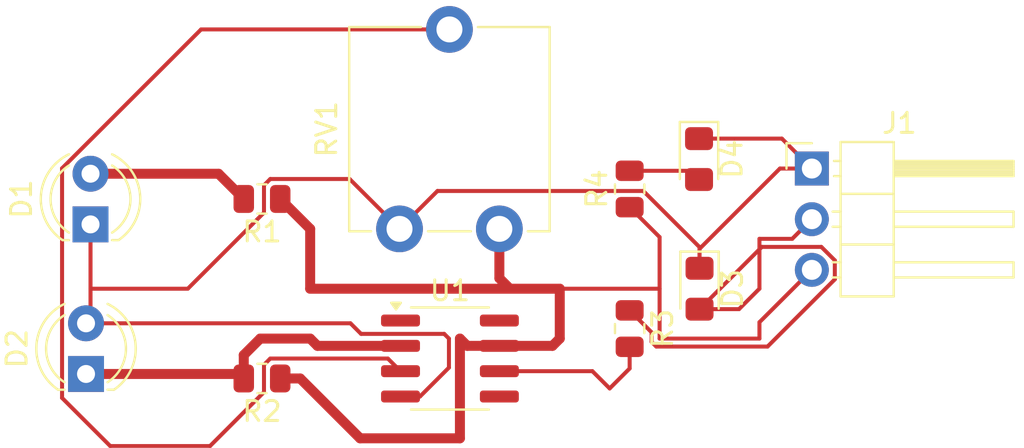
<source format=kicad_pcb>
(kicad_pcb (version 20240108) (generator "pcbnew") (generator_version "8.0")
  (layers (0 "F.Cu" signal) (31 "B.Cu" signal) (34 "B.Paste" user) (35 "F.Paste" user) (36 "B.SilkS" user "B.Silkscreen") (37 "F.SilkS" user "F.Silkscreen") (38 "B.Mask" user) (39 "F.Mask" user) (44 "Edge.Cuts" user))
  (net 0 "")
  (net 1 "Net-(D1-K)")
  (net 2 "Net-(D1-A)")
  (net 3 "Net-(D2-K)")
  (net 4 "Net-(D3-A)")
  (net 5 "Net-(J1-Pin_3)")
  (net 6 "Net-(R3-Pad2)")
  (net 7 "Net-(U1-+)")
  (footprint "LED_SMD:LED_0805_2012Metric_Pad1.15x1.40mm_HandSolder" (layer "F.Cu") (at 164.5 92.5 -90)
    (property "Reference" "D3" (at 0 -1.65 90) (layer "F.SilkS"))
    (property "Value" "LED")
    (fp_line (start -1.86 0.96) (end 1 0.96) (stroke (width 0.12)) (layer "F.SilkS"))
    (fp_line (start -1.86 -0.96) (end -1.86 0.96) (stroke (width 0.12)) (layer "F.SilkS"))
    (fp_line (start 1 -0.96) (end -1.86 -0.96) (stroke (width 0.12)) (layer "F.SilkS"))
    (pad "1" smd roundrect (at -1.025 0 270) (size 1.15 1.4) (layers "F.Cu" "F.Paste" "F.Mask") (roundrect_rratio 0.217391) (net 1 "Net-(D1-K)"))
    (pad "2" smd roundrect (at 1.025 0 270) (size 1.15 1.4) (layers "F.Cu" "F.Paste" "F.Mask") (roundrect_rratio 0.217391) (net 4 "Net-(D3-A)"))
  )
  (footprint "Connector_PinHeader_2.54mm:PinHeader_1x03_P2.54mm_Horizontal" (layer "F.Cu") (at 170.125 86.475)
    (property "Reference" "J1" (at 4.385 -2.27 0) (layer "F.SilkS"))
    (property "Value" "Conn_01x03_Pin")
    (fp_line (start -1.27 -1.27) (end 0 -1.27) (stroke (width 0.12)) (layer "F.SilkS"))
    (fp_line (start -1.27 0) (end -1.27 -1.27) (stroke (width 0.12)) (layer "F.SilkS"))
    (fp_line (start 1.042929 2.16) (end 1.44 2.16) (stroke (width 0.12)) (layer "F.SilkS"))
    (fp_line (start 1.042929 2.92) (end 1.44 2.92) (stroke (width 0.12)) (layer "F.SilkS"))
    (fp_line (start 1.042929 4.7) (end 1.44 4.7) (stroke (width 0.12)) (layer "F.SilkS"))
    (fp_line (start 1.042929 5.46) (end 1.44 5.46) (stroke (width 0.12)) (layer "F.SilkS"))
    (fp_line (start 1.11 -0.38) (end 1.44 -0.38) (stroke (width 0.12)) (layer "F.SilkS"))
    (fp_line (start 1.11 0.38) (end 1.44 0.38) (stroke (width 0.12)) (layer "F.SilkS"))
    (fp_line (start 1.44 -1.33) (end 1.44 6.41) (stroke (width 0.12)) (layer "F.SilkS"))
    (fp_line (start 1.44 1.27) (end 4.1 1.27) (stroke (width 0.12)) (layer "F.SilkS"))
    (fp_line (start 1.44 3.81) (end 4.1 3.81) (stroke (width 0.12)) (layer "F.SilkS"))
    (fp_line (start 1.44 6.41) (end 4.1 6.41) (stroke (width 0.12)) (layer "F.SilkS"))
    (fp_line (start 4.1 -1.33) (end 1.44 -1.33) (stroke (width 0.12)) (layer "F.SilkS"))
    (fp_line (start 4.1 -0.38) (end 10.1 -0.38) (stroke (width 0.12)) (layer "F.SilkS"))
    (fp_line (start 4.1 -0.32) (end 10.1 -0.32) (stroke (width 0.12)) (layer "F.SilkS"))
    (fp_line (start 4.1 -0.2) (end 10.1 -0.2) (stroke (width 0.12)) (layer "F.SilkS"))
    (fp_line (start 4.1 -0.08) (end 10.1 -0.08) (stroke (width 0.12)) (layer "F.SilkS"))
    (fp_line (start 4.1 0.04) (end 10.1 0.04) (stroke (width 0.12)) (layer "F.SilkS"))
    (fp_line (start 4.1 0.16) (end 10.1 0.16) (stroke (width 0.12)) (layer "F.SilkS"))
    (fp_line (start 4.1 0.28) (end 10.1 0.28) (stroke (width 0.12)) (layer "F.SilkS"))
    (fp_line (start 4.1 2.16) (end 10.1 2.16) (stroke (width 0.12)) (layer "F.SilkS"))
    (fp_line (start 4.1 4.7) (end 10.1 4.7) (stroke (width 0.12)) (layer "F.SilkS"))
    (fp_line (start 4.1 6.41) (end 4.1 -1.33) (stroke (width 0.12)) (layer "F.SilkS"))
    (fp_line (start 10.1 -0.38) (end 10.1 0.38) (stroke (width 0.12)) (layer "F.SilkS"))
    (fp_line (start 10.1 0.38) (end 4.1 0.38) (stroke (width 0.12)) (layer "F.SilkS"))
    (fp_line (start 10.1 2.16) (end 10.1 2.92) (stroke (width 0.12)) (layer "F.SilkS"))
    (fp_line (start 10.1 2.92) (end 4.1 2.92) (stroke (width 0.12)) (layer "F.SilkS"))
    (fp_line (start 10.1 4.7) (end 10.1 5.46) (stroke (width 0.12)) (layer "F.SilkS"))
    (fp_line (start 10.1 5.46) (end 4.1 5.46) (stroke (width 0.12)) (layer "F.SilkS"))
    (pad "1" thru_hole rect (at 0 0) (size 1.7 1.7) (drill 1) (layers "*.Cu" "*.Mask") (net 1 "Net-(D1-K)"))
    (pad "2" thru_hole oval (at 0 2.54) (size 1.7 1.7) (drill 1) (layers "*.Cu" "*.Mask") (net 4 "Net-(D3-A)"))
    (pad "3" thru_hole oval (at 0 5.08) (size 1.7 1.7) (drill 1) (layers "*.Cu" "*.Mask") (net 5 "Net-(J1-Pin_3)"))
  )
  (footprint "Resistor_SMD:R_0805_2012Metric" (layer "F.Cu") (at 142.5875 97 180)
    (property "Reference" "R2" (at 0 -1.65 180) (layer "F.SilkS"))
    (property "Value" "330")
    (fp_line (start -0.227064 0.735) (end 0.227064 0.735) (stroke (width 0.12)) (layer "F.SilkS"))
    (fp_line (start -0.227064 -0.735) (end 0.227064 -0.735) (stroke (width 0.12)) (layer "F.SilkS"))
    (pad "1" smd roundrect (at -0.9125 0 180) (size 1.025 1.4) (layers "F.Cu" "F.Paste" "F.Mask") (roundrect_rratio 0.243902) (net 5 "Net-(J1-Pin_3)"))
    (pad "2" smd roundrect (at 0.9125 0 180) (size 1.025 1.4) (layers "F.Cu" "F.Paste" "F.Mask") (roundrect_rratio 0.243902) (net 3 "Net-(D2-K)"))
  )
  (footprint "Resistor_SMD:R_0805_2012Metric" (layer "F.Cu") (at 142.5875 88 180)
    (property "Reference" "R1" (at 0 -1.65 180) (layer "F.SilkS"))
    (property "Value" "330")
    (fp_line (start -0.227064 0.735) (end 0.227064 0.735) (stroke (width 0.12)) (layer "F.SilkS"))
    (fp_line (start -0.227064 -0.735) (end 0.227064 -0.735) (stroke (width 0.12)) (layer "F.SilkS"))
    (pad "1" smd roundrect (at -0.9125 0 180) (size 1.025 1.4) (layers "F.Cu" "F.Paste" "F.Mask") (roundrect_rratio 0.243902) (net 5 "Net-(J1-Pin_3)"))
    (pad "2" smd roundrect (at 0.9125 0 180) (size 1.025 1.4) (layers "F.Cu" "F.Paste" "F.Mask") (roundrect_rratio 0.243902) (net 2 "Net-(D1-A)"))
  )
  (footprint "Resistor_SMD:R_0805_2012Metric" (layer "F.Cu") (at 161 94.5 -90)
    (property "Reference" "R3" (at 0 -1.65 90) (layer "F.SilkS"))
    (property "Value" "100")
    (fp_line (start -0.227064 0.735) (end 0.227064 0.735) (stroke (width 0.12)) (layer "F.SilkS"))
    (fp_line (start -0.227064 -0.735) (end 0.227064 -0.735) (stroke (width 0.12)) (layer "F.SilkS"))
    (pad "1" smd roundrect (at -0.9125 0 270) (size 1.025 1.4) (layers "F.Cu" "F.Paste" "F.Mask") (roundrect_rratio 0.243902) (net 4 "Net-(D3-A)"))
    (pad "2" smd roundrect (at 0.9125 0 270) (size 1.025 1.4) (layers "F.Cu" "F.Paste" "F.Mask") (roundrect_rratio 0.243902) (net 6 "Net-(R3-Pad2)"))
  )
  (footprint "Resistor_SMD:R_0805_2012Metric" (layer "F.Cu") (at 161 87.5 90)
    (property "Reference" "R4" (at 0 -1.65 270) (layer "F.SilkS"))
    (property "Value" "R")
    (fp_line (start -0.227064 -0.735) (end 0.227064 -0.735) (stroke (width 0.12)) (layer "F.SilkS"))
    (fp_line (start -0.227064 0.735) (end 0.227064 0.735) (stroke (width 0.12)) (layer "F.SilkS"))
    (pad "1" smd roundrect (at -0.9125 0 90) (size 1.025 1.4) (layers "F.Cu" "F.Paste" "F.Mask") (roundrect_rratio 0.243902) (net 5 "Net-(J1-Pin_3)"))
    (pad "2" smd roundrect (at 0.9125 0 90) (size 1.025 1.4) (layers "F.Cu" "F.Paste" "F.Mask") (roundrect_rratio 0.243902) (net 4 "Net-(D3-A)"))
  )
  (footprint "LED_THT:LED_D4.0mm" (layer "F.Cu") (at 134 89.275 90)
    (property "Reference" "D1" (at 1.27 -3.46 270) (layer "F.SilkS"))
    (property "Value" "LED")
    (fp_line (start -0.79 -1.399) (end -0.79 -1.08) (stroke (width 0.12)) (layer "F.SilkS"))
    (fp_line (start -0.79 1.08) (end -0.79 1.399) (stroke (width 0.12)) (layer "F.SilkS"))
    (fp_arc (start -0.79 -1.398749) (mid 1.453519 -2.483228) (end 3.513242 -1.080724) (stroke (width 0.12)) (layer "F.SilkS"))
    (fp_arc (start -0.41333 -1.08) (mid 1.269429 -2) (end 2.952713 -1.080961) (stroke (width 0.12)) (layer "F.SilkS"))
    (fp_arc (start 3.513242 1.080724) (mid 1.453519 2.483228) (end -0.79 1.398749) (stroke (width 0.12)) (layer "F.SilkS"))
    (fp_arc (start 2.952713 1.080961) (mid 1.269429 2) (end -0.41333 1.08) (stroke (width 0.12)) (layer "F.SilkS"))
    (pad "1" thru_hole rect (at 0 0 90) (size 1.8 1.8) (drill 0.9) (layers "*.Cu" "*.Mask") (net 1 "Net-(D1-K)"))
    (pad "2" thru_hole circle (at 2.54 0 90) (size 1.8 1.8) (drill 0.9) (layers "*.Cu" "*.Mask") (net 2 "Net-(D1-A)"))
  )
  (footprint "LED_THT:LED_D4.0mm" (layer "F.Cu") (at 133.775 96.775 90)
    (property "Reference" "D2" (at 1.27 -3.46 270) (layer "F.SilkS"))
    (property "Value" "D_Photo")
    (fp_line (start -0.79 -1.399) (end -0.79 -1.08) (stroke (width 0.12)) (layer "F.SilkS"))
    (fp_line (start -0.79 1.08) (end -0.79 1.399) (stroke (width 0.12)) (layer "F.SilkS"))
    (fp_arc (start -0.79 -1.398749) (mid 1.453519 -2.483228) (end 3.513242 -1.080724) (stroke (width 0.12)) (layer "F.SilkS"))
    (fp_arc (start -0.41333 -1.08) (mid 1.269429 -2) (end 2.952713 -1.080961) (stroke (width 0.12)) (layer "F.SilkS"))
    (fp_arc (start 3.513242 1.080724) (mid 1.453519 2.483228) (end -0.79 1.398749) (stroke (width 0.12)) (layer "F.SilkS"))
    (fp_arc (start 2.952713 1.080961) (mid 1.269429 2) (end -0.41333 1.08) (stroke (width 0.12)) (layer "F.SilkS"))
    (pad "1" thru_hole rect (at 0 0 90) (size 1.8 1.8) (drill 0.9) (layers "*.Cu" "*.Mask") (net 3 "Net-(D2-K)"))
    (pad "2" thru_hole circle (at 2.54 0 90) (size 1.8 1.8) (drill 0.9) (layers "*.Cu" "*.Mask") (net 1 "Net-(D1-K)"))
  )
  (footprint "Potentiometer_THT:Potentiometer_ACP_CA9-V10_Vertical_Hole" (layer "F.Cu") (at 154.475 89.5 90)
    (property "Reference" "RV1" (at 5 -8.65 270) (layer "F.SilkS"))
    (property "Value" "R_Potentiometer")
    (fp_line (start 10.12 -7.521) (end 10.12 -3.925) (stroke (width 0.12)) (layer "F.SilkS"))
    (fp_line (start -0.12 -7.521) (end 10.12 -7.521) (stroke (width 0.12)) (layer "F.SilkS"))
    (fp_line (start -0.12 -7.521) (end -0.12 -6.426) (stroke (width 0.12)) (layer "F.SilkS"))
    (fp_line (start -0.12 -3.574) (end -0.12 -1.425) (stroke (width 0.12)) (layer "F.SilkS"))
    (fp_line (start 10.12 -1.075) (end 10.12 2.52) (stroke (width 0.12)) (layer "F.SilkS"))
    (fp_line (start -0.12 1.425) (end -0.12 2.52) (stroke (width 0.12)) (layer "F.SilkS"))
    (fp_line (start -0.12 2.52) (end 10.12 2.52) (stroke (width 0.12)) (layer "F.SilkS"))
    (pad "" np_thru_hole circle (at 5 -2.5 90) (size 4 4) (drill 4) (layers "*.Cu" "*.Mask"))
    (pad "1" thru_hole circle (at 0 0 90) (size 2.34 2.34) (drill 1.3) (layers "*.Cu" "*.Mask") (net 5 "Net-(J1-Pin_3)"))
    (pad "2" thru_hole circle (at 10 -2.5 90) (size 2.34 2.34) (drill 1.3) (layers "*.Cu" "*.Mask") (net 7 "Net-(U1-+)"))
    (pad "3" thru_hole circle (at 0 -5 90) (size 2.34 2.34) (drill 1.3) (layers "*.Cu" "*.Mask") (net 1 "Net-(D1-K)"))
  )
  (footprint "Package_SO:SOIC-8_3.9x4.9mm_P1.27mm" (layer "F.Cu") (at 152 96)
    (property "Reference" "U1" (at 0 -3.4 0) (layer "F.SilkS"))
    (property "Value" "LM741")
    (fp_line (start 0 -2.56) (end -1.95 -2.56) (stroke (width 0.12)) (layer "F.SilkS"))
    (fp_line (start 0 -2.56) (end 1.95 -2.56) (stroke (width 0.12)) (layer "F.SilkS"))
    (fp_line (start 0 2.56) (end -1.95 2.56) (stroke (width 0.12)) (layer "F.SilkS"))
    (fp_line (start 0 2.56) (end 1.95 2.56) (stroke (width 0.12)) (layer "F.SilkS"))
    (fp_poly (pts (xy -2.7 -2.465) (xy -2.94 -2.795) (xy -2.46 -2.795) (xy -2.7 -2.465)) (stroke (width 0.12)) (fill solid) (layer "F.SilkS"))
    (pad "1" smd roundrect (at -2.475 -1.905) (size 1.95 0.6) (layers "F.Cu" "F.Paste" "F.Mask"))
    (pad "2" smd roundrect (at -2.475 -0.635) (size 1.95 0.6) (layers "F.Cu" "F.Paste" "F.Mask") (net 3 "Net-(D2-K)"))
    (pad "3" smd roundrect (at -2.475 0.635) (size 1.95 0.6) (layers "F.Cu" "F.Paste" "F.Mask") (net 7 "Net-(U1-+)"))
    (pad "4" smd roundrect (at -2.475 1.905) (size 1.95 0.6) (layers "F.Cu" "F.Paste" "F.Mask") (net 1 "Net-(D1-K)"))
    (pad "5" smd roundrect (at 2.475 1.905) (size 1.95 0.6) (layers "F.Cu" "F.Paste" "F.Mask"))
    (pad "6" smd roundrect (at 2.475 0.635) (size 1.95 0.6) (layers "F.Cu" "F.Paste" "F.Mask") (net 6 "Net-(R3-Pad2)"))
    (pad "7" smd roundrect (at 2.475 -0.635) (size 1.95 0.6) (layers "F.Cu" "F.Paste" "F.Mask") (net 5 "Net-(J1-Pin_3)"))
    (pad "8" smd roundrect (at 2.475 -1.905) (size 1.95 0.6) (layers "F.Cu" "F.Paste" "F.Mask"))
  )
  (footprint "LED_SMD:LED_0805_2012Metric_Pad1.15x1.40mm_HandSolder" (layer "F.Cu") (at 164.475 86 -90)
    (property "Reference" "D4" (at 0 -1.65 90) (layer "F.SilkS"))
    (property "Value" "LED")
    (fp_line (start -1.86 0.96) (end 1 0.96) (stroke (width 0.12)) (layer "F.SilkS"))
    (fp_line (start -1.86 -0.96) (end -1.86 0.96) (stroke (width 0.12)) (layer "F.SilkS"))
    (fp_line (start 1 -0.96) (end -1.86 -0.96) (stroke (width 0.12)) (layer "F.SilkS"))
    (pad "1" smd roundrect (at -1.025 0 270) (size 1.15 1.4) (layers "F.Cu" "F.Paste" "F.Mask") (roundrect_rratio 0.217391) (net 1 "Net-(D1-K)"))
    (pad "2" smd roundrect (at 1.025 0 270) (size 1.15 1.4) (layers "F.Cu" "F.Paste" "F.Mask") (roundrect_rratio 0.217391) (net 4 "Net-(D3-A)"))
  )
  (segment (start 142.6875 88.684744) (end 142.6875 87.315256) (width 0.2) (layer "F.Cu") (net 1))
  (segment (start 151.95 96.454999) (end 151.95 95) (width 0.2) (layer "F.Cu") (net 1))
  (segment (start 147.55 94.765) (end 147.02 94.235) (width 0.2) (layer "F.Cu") (net 1))
  (segment (start 164.5 91.475) (end 164.5 90.5) (width 0.2) (layer "F.Cu") (net 1))
  (segment (start 143.002756 87) (end 146.975 87) (width 0.2) (layer "F.Cu") (net 1))
  (segment (start 164.5 90.415256) (end 164.5 91.475) (width 0.2) (layer "F.Cu") (net 1))
  (segment (start 138.872244 92.5) (end 142.6875 88.684744) (width 0.2) (layer "F.Cu") (net 1))
  (segment (start 134 89.275) (end 134 92.5) (width 0.2) (layer "F.Cu") (net 1))
  (segment (start 142.6875 87.315256) (end 143.002756 87) (width 0.2) (layer "F.Cu") (net 1))
  (segment (start 149.525 97.905) (end 150.499999 97.905) (width 0.2) (layer "F.Cu") (net 1))
  (segment (start 161.684744 87.6) (end 164.5 90.415256) (width 0.2) (layer "F.Cu") (net 1))
  (segment (start 146.975 87) (end 149.475 89.5) (width 0.2) (layer "F.Cu") (net 1))
  (segment (start 151.715 94.765) (end 147.55 94.765) (width 0.2) (layer "F.Cu") (net 1))
  (segment (start 134 94.01) (end 133.775 94.235) (width 0.2) (layer "F.Cu") (net 1))
  (segment (start 134 92.5) (end 134 94.01) (width 0.2) (layer "F.Cu") (net 1))
  (segment (start 134 92.5) (end 138.872244 92.5) (width 0.2) (layer "F.Cu") (net 1))
  (segment (start 149.475 89.5) (end 151.375 87.6) (width 0.2) (layer "F.Cu") (net 1))
  (segment (start 151.375 87.6) (end 161.684744 87.6) (width 0.2) (layer "F.Cu") (net 1))
  (segment (start 151.95 95) (end 151.715 94.765) (width 0.2) (layer "F.Cu") (net 1))
  (segment (start 150.499999 97.905) (end 151.95 96.454999) (width 0.2) (layer "F.Cu") (net 1))
  (segment (start 168.625 84.975) (end 170.125 86.475) (width 0.2) (layer "F.Cu") (net 1))
  (segment (start 164.475 84.975) (end 168.625 84.975) (width 0.2) (layer "F.Cu") (net 1))
  (segment (start 147.02 94.235) (end 133.775 94.235) (width 0.2) (layer "F.Cu") (net 1))
  (segment (start 168.525 86.475) (end 170.125 86.475) (width 0.2) (layer "F.Cu") (net 1))
  (segment (start 164.5 90.5) (end 168.525 86.475) (width 0.2) (layer "F.Cu") (net 1))
  (segment (start 134 86.735) (end 140.41 86.735) (width 0.5) (layer "F.Cu") (net 2))
  (segment (start 140.41 86.735) (end 141.675 88) (width 0.5) (layer "F.Cu") (net 2))
  (segment (start 142.5 95) (end 141.675 95.825) (width 0.5) (layer "F.Cu") (net 3))
  (segment (start 141.45 96.775) (end 141.675 97) (width 0.5) (layer "F.Cu") (net 3))
  (segment (start 145 95) (end 142.5 95) (width 0.5) (layer "F.Cu") (net 3))
  (segment (start 145.365 95.365) (end 145 95) (width 0.5) (layer "F.Cu") (net 3))
  (segment (start 141.675 95.825) (end 141.675 97) (width 0.5) (layer "F.Cu") (net 3))
  (segment (start 133.775 96.775) (end 141.45 96.775) (width 0.5) (layer "F.Cu") (net 3))
  (segment (start 149.525 95.365) (end 145.365 95.365) (width 0.5) (layer "F.Cu") (net 3))
  (segment (start 164.0375 86.5875) (end 164.475 87.025) (width 0.2) (layer "F.Cu") (net 4))
  (segment (start 167.906346 95.4) (end 171.275 92.031346) (width 0.2) (layer "F.Cu") (net 4))
  (segment (start 169.14 90) (end 170.125 89.015) (width 0.2) (layer "F.Cu") (net 4))
  (segment (start 167.62 90.405) (end 164.5 93.525) (width 0.2) (layer "F.Cu") (net 4))
  (segment (start 166.475 93.525) (end 167.5 92.5) (width 0.2) (layer "F.Cu") (net 4))
  (segment (start 161 86.5875) (end 164.0375 86.5875) (width 0.2) (layer "F.Cu") (net 4))
  (segment (start 161 93.5875) (end 162.1 94.6875) (width 0.2) (layer "F.Cu") (net 4))
  (segment (start 171.275 92.031346) (end 171.275 91.078654) (width 0.2) (layer "F.Cu") (net 4))
  (segment (start 162.334315 95.4) (end 167.906346 95.4) (width 0.2) (layer "F.Cu") (net 4))
  (segment (start 162.1 95.165685) (end 162.334315 95.4) (width 0.2) (layer "F.Cu") (net 4))
  (segment (start 167.5 90) (end 169.14 90) (width 0.2) (layer "F.Cu") (net 4))
  (segment (start 171.275 91.078654) (end 170.601346 90.405) (width 0.2) (layer "F.Cu") (net 4))
  (segment (start 167.5 92.5) (end 167.5 90) (width 0.2) (layer "F.Cu") (net 4))
  (segment (start 170.601346 90.405) (end 167.62 90.405) (width 0.2) (layer "F.Cu") (net 4))
  (segment (start 162.1 94.6875) (end 162.1 95.165685) (width 0.2) (layer "F.Cu") (net 4))
  (segment (start 164.5 93.525) (end 166.475 93.525) (width 0.2) (layer "F.Cu") (net 4))
  (segment (start 162.5 92.5) (end 157.5 92.5) (width 0.2) (layer "F.Cu") (net 5))
  (segment (start 157.5 92.5) (end 155 92.5) (width 0.5) (layer "F.Cu") (net 5))
  (segment (start 145 89.5) (end 145 92.5) (width 0.5) (layer "F.Cu") (net 5))
  (segment (start 147.5 100) (end 152.5 100) (width 0.5) (layer "F.Cu") (net 5))
  (segment (start 162.5 89.9125) (end 161 88.4125) (width 0.2) (layer "F.Cu") (net 5))
  (segment (start 155 92.5) (end 154.475 91.975) (width 0.5) (layer "F.Cu") (net 5))
  (segment (start 167.5 94.18) (end 167.5 95) (width 0.2) (layer "F.Cu") (net 5))
  (segment (start 152.865 95.365) (end 154.475 95.365) (width 0.5) (layer "F.Cu") (net 5))
  (segment (start 144.5 97) (end 147.5 100) (width 0.5) (layer "F.Cu") (net 5))
  (segment (start 154.475 95.365) (end 157.135 95.365) (width 0.5) (layer "F.Cu") (net 5))
  (segment (start 170.125 91.555) (end 167.5 94.18) (width 0.2) (layer "F.Cu") (net 5))
  (segment (start 152.5 100) (end 152.5 95) (width 0.5) (layer "F.Cu") (net 5))
  (segment (start 143.5 97) (end 144.5 97) (width 0.5) (layer "F.Cu") (net 5))
  (segment (start 145 92.5) (end 155 92.5) (width 0.5) (layer "F.Cu") (net 5))
  (segment (start 157.135 95.365) (end 157.5 95) (width 0.5) (layer "F.Cu") (net 5))
  (segment (start 162.5 92.5) (end 162.5 89.9125) (width 0.2) (layer "F.Cu") (net 5))
  (segment (start 167.5 95) (end 162.5 95) (width 0.2) (layer "F.Cu") (net 5))
  (segment (start 162.5 95) (end 162.5 92.5) (width 0.2) (layer "F.Cu") (net 5))
  (segment (start 157.5 95) (end 157.5 92.5) (width 0.5) (layer "F.Cu") (net 5))
  (segment (start 154.475 91.975) (end 154.475 89.5) (width 0.5) (layer "F.Cu") (net 5))
  (segment (start 143.5 88) (end 145 89.5) (width 0.5) (layer "F.Cu") (net 5))
  (segment (start 152.5 95) (end 152.865 95.365) (width 0.5) (layer "F.Cu") (net 5))
  (segment (start 159.135 96.635) (end 160 97.5) (width 0.2) (layer "F.Cu") (net 6))
  (segment (start 161 96.5) (end 161 95.4125) (width 0.2) (layer "F.Cu") (net 6))
  (segment (start 154.475 96.635) (end 159.135 96.635) (width 0.2) (layer "F.Cu") (net 6))
  (segment (start 160 97.5) (end 161 96.5) (width 0.2) (layer "F.Cu") (net 6))
  (segment (start 143.002756 96) (end 148.89 96) (width 0.2) (layer "F.Cu") (net 7))
  (segment (start 132.575 97.975) (end 134.988909 100.388909) (width 0.2) (layer "F.Cu") (net 7))
  (segment (start 148.89 96) (end 149.525 96.635) (width 0.2) (layer "F.Cu") (net 7))
  (segment (start 142.6875 97.684744) (end 142.6875 96.315256) (width 0.2) (layer "F.Cu") (net 7))
  (segment (start 139.983335 100.388909) (end 142.6875 97.684744) (width 0.2) (layer "F.Cu") (net 7))
  (segment (start 142.6875 96.315256) (end 143.002756 96) (width 0.2) (layer "F.Cu") (net 7))
  (segment (start 139.537943 79.5) (end 132.575 86.462943) (width 0.2) (layer "F.Cu") (net 7))
  (segment (start 132.575 86.462943) (end 132.575 97.975) (width 0.2) (layer "F.Cu") (net 7))
  (segment (start 134.988909 100.388909) (end 139.983335 100.388909) (width 0.2) (layer "F.Cu") (net 7))
  (segment (start 151.975 79.5) (end 139.537943 79.5) (width 0.2) (layer "F.Cu") (net 7))
)
</source>
